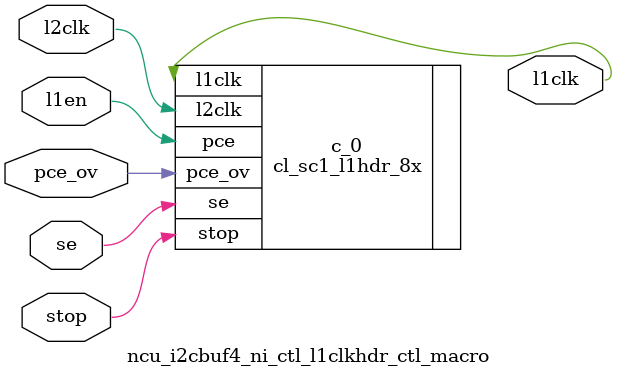
<source format=v>
module ncu_i2cbuf4_ni_ctl (
  iol2clk, 
  scan_in, 
  scan_out, 
  tcu_pce_ov, 
  tcu_clk_stop, 
  tcu_scan_en, 
  tcu_aclk, 
  tcu_bclk, 
  ucb_iob_vld, 
  ucb_iob_data, 
  iob_ucb_stall, 
  req_ack_obj, 
  req_ack_vld, 
  rd_req_ack_dbl_buf) ;
wire stall_d1_n;
wire stall_d1;
wire vld_d1_ff_scanin;
wire vld_d1_ff_scanout;
wire vld_d1;
wire l1clk;
wire rdy1;
wire data_d1_ff_scanin;
wire data_d1_ff_scanout;
wire [3:0] data_d1;
wire stall_ff_scanin;
wire stall_ff_scanout;
wire iob_ucb_stall_a1;
wire stall_d1_ff_scanin;
wire stall_d1_ff_scanout;
wire rdy0_ff_scanin;
wire rdy0_ff_scanout;
wire rdy0;
wire rdy1_ff_scanin;
wire rdy1_ff_scanout;
wire skid_buf0_en;
wire vld_buf0_ff_scanin;
wire vld_buf0_ff_scanout;
wire vld_buf0;
wire data_buf0_ff_scanin;
wire data_buf0_ff_scanout;
wire [3:0] data_buf0;
wire skid_buf1_en_ff_scanin;
wire skid_buf1_en_ff_scanout;
wire skid_buf1_en;
wire vld_buf1_ff_scanin;
wire vld_buf1_ff_scanout;
wire vld_buf1;
wire data_buf1_ff_scanin;
wire data_buf1_ff_scanout;
wire [3:0] data_buf1;
wire skid_buf0_sel;
wire skid_buf1_sel_ff_scanin;
wire skid_buf1_sel_ff_scanout;
wire skid_buf1_sel;
wire vld_mux;
wire [3:0] data_mux;
wire [31:0] indata_vec_next;
wire [31:0] indata_vec;
wire iob_ucb_stall_a1_;
wire indata_vec_ff_scanin;
wire indata_vec_ff_scanout;
wire [127:0] indata_buf_next;
wire [127:0] indata_buf;
wire indata_buf_ff_scanin;
wire indata_buf_ff_scanout;
wire indata_vec0_d1_ff_scanin;
wire indata_vec0_d1_ff_scanout;
wire indata_vec0_d1;
wire indata_buf_vld;
wire req_ack_pending;
wire req_ack_dbl_buf_full;
wire wr_req_ack_dbl_buf;
wire wr_buf0;
wire buf1_vld;
wire buf0_vld;
wire buf1_older;
wire wr_buf1;
wire rd_buf0;
wire rd_buf1;
wire rd_buf;
wire buf1_older_n;
wire buf1_older_ff_scanin;
wire buf1_older_ff_scanout;
wire en_vld0;
wire en_vld1;
wire buf0_vld_ff_scanin;
wire buf0_vld_ff_scanout;
wire buf1_vld_ff_scanin;
wire buf1_vld_ff_scanout;
wire buf0_obj_ff_scanin;
wire buf0_obj_ff_scanout;
wire [127:0] buf0_obj;
wire buf1_obj_ff_scanin;
wire buf1_obj_ff_scanout;
wire [127:0] buf1_obj;
wire siclk;
wire soclk;
wire se;
wire pce_ov;
wire stop;




////////////////////////////////////////////////////////////////////////
// Signal declarations
////////////////////////////////////////////////////////////////////////
   // Global interface
input		iol2clk;
input		scan_in;
output		scan_out;
input		tcu_pce_ov;
input		tcu_clk_stop;
input		tcu_scan_en;
input		tcu_aclk;
input		tcu_bclk;



   // UCB interface
input		ucb_iob_vld;
input [3:0]	ucb_iob_data;
output		iob_ucb_stall;


   // i2c slow control/datapath interface
output [127:0]	req_ack_obj;
output		req_ack_vld;
input		rd_req_ack_dbl_buf;


   // Internal signals


/************************************************************
 * Assemble inbound packet
 ************************************************************/
// ucb_bus_in #(UCB_BUS_WIDTH) ucb_bus_in 
//				(
//				.clk(iol2clk),
//				.vld(ucb_iob_vld),
//				.data(ucb_iob_data[UCB_BUS_WIDTH-1:0]),
//				.stall(iob_ucb_stall),
//				.indata_buf_vld(indata_buf_vld),
//				.indata_buf(indata_buf[127:0]),
//				.stall_a1(iob_ucb_stall_a1)
//				);
//=============================================================
//=============================================================
//=============================================================
/************************************************************
 * UCB bus interface flops
 * This is to make signals going between IOB and UCB flop-to-flop
 * to improve timing.
 ************************************************************/
assign	stall_d1_n = ~stall_d1;
ncu_i2cbuf4_ni_ctl_msff_ctl_macro__en_1__width_1 vld_d1_ff  
				(
				.scan_in(vld_d1_ff_scanin),
				.scan_out(vld_d1_ff_scanout),
				.dout		(vld_d1),
				.l1clk		(l1clk),
				.en		(stall_d1_n&rdy1),
				.din		(ucb_iob_vld),
  .siclk(siclk),
  .soclk(soclk)
				);

ncu_i2cbuf4_ni_ctl_msff_ctl_macro__en_1__width_4 data_d1_ff  
				(
				.scan_in(data_d1_ff_scanin),
				.scan_out(data_d1_ff_scanout),
				.dout		(data_d1[3:0]),
				.l1clk		(l1clk),
				.en		(stall_d1_n),
				.din		(ucb_iob_data[3:0]),
  .siclk(siclk),
  .soclk(soclk)
				);

ncu_i2cbuf4_ni_ctl_msff_ctl_macro__width_1 stall_ff 
				(
				.scan_in(stall_ff_scanin),
				.scan_out(stall_ff_scanout),
				.dout		(iob_ucb_stall),
				.l1clk		(l1clk),
				.din		(iob_ucb_stall_a1),
  .siclk(siclk),
  .soclk(soclk)
				);

ncu_i2cbuf4_ni_ctl_msff_ctl_macro__width_1 stall_d1_ff 
				(
				.scan_in(stall_d1_ff_scanin),
				.scan_out(stall_d1_ff_scanout),
				.dout		(stall_d1),
				.l1clk		(l1clk),
				.din		(iob_ucb_stall),
  .siclk(siclk),
  .soclk(soclk)
				);

ncu_i2cbuf4_ni_ctl_msff_ctl_macro__width_1 rdy0_ff 
				(
				.scan_in(rdy0_ff_scanin),
				.scan_out(rdy0_ff_scanout),
				.dout		(rdy0),
				.l1clk		(l1clk),
				.din		(1'b1),
  .siclk(siclk),
  .soclk(soclk)
				);

ncu_i2cbuf4_ni_ctl_msff_ctl_macro__width_1 rdy1_ff 
				(
				.scan_in(rdy1_ff_scanin),
				.scan_out(rdy1_ff_scanout),
				.dout		(rdy1),
				.l1clk		(l1clk),
				.din		(rdy0),
  .siclk(siclk),
  .soclk(soclk)
				);



/************************************************************
 * Skid buffer
 * We need a two deep skid buffer to handle stalling.
 ************************************************************/
// Assertion: stall has to be deasserted for more than 1 cycle
//            ie time between two separate stalls has to be
//            at least two cycles.  Otherwise, contents from
//            skid buffer will be lost.

// Buffer 0
assign  skid_buf0_en = iob_ucb_stall_a1 & ~iob_ucb_stall;

ncu_i2cbuf4_ni_ctl_msff_ctl_macro__en_1__width_1 vld_buf0_ff  
				(
				.scan_in(vld_buf0_ff_scanin),
				.scan_out(vld_buf0_ff_scanout),
				.dout		(vld_buf0),
				.l1clk		(l1clk),
				.en		(skid_buf0_en),
				.din		(vld_d1),
  .siclk(siclk),
  .soclk(soclk)
				);

ncu_i2cbuf4_ni_ctl_msff_ctl_macro__en_1__width_4 data_buf0_ff  
				(
				.scan_in(data_buf0_ff_scanin),
				.scan_out(data_buf0_ff_scanout),
				.dout		(data_buf0[3:0]),
				.l1clk		(l1clk),
				.en		(skid_buf0_en),
				.din		(data_d1[3:0]),
  .siclk(siclk),
  .soclk(soclk)
				);

// Buffer 1
ncu_i2cbuf4_ni_ctl_msff_ctl_macro__width_1 skid_buf1_en_ff 
				(
				.scan_in(skid_buf1_en_ff_scanin),
				.scan_out(skid_buf1_en_ff_scanout),
				.dout		(skid_buf1_en),
				.l1clk		(l1clk),
				.din		(skid_buf0_en),
  .siclk(siclk),
  .soclk(soclk)
				);

ncu_i2cbuf4_ni_ctl_msff_ctl_macro__en_1__width_1 vld_buf1_ff  
				(
				.scan_in(vld_buf1_ff_scanin),
				.scan_out(vld_buf1_ff_scanout),
				.dout		(vld_buf1),
				.l1clk		(l1clk),
				.en		(skid_buf1_en),
				.din		(vld_d1),
  .siclk(siclk),
  .soclk(soclk)
				);

ncu_i2cbuf4_ni_ctl_msff_ctl_macro__en_1__width_4 data_buf1_ff  
				(
				.scan_in(data_buf1_ff_scanin),
				.scan_out(data_buf1_ff_scanout),
				.dout		(data_buf1[3:0]),
				.l1clk		(l1clk),
				.en		(skid_buf1_en),
				.din		(data_d1[3:0]),
  .siclk(siclk),
  .soclk(soclk)
				);

/************************************************************
 * Mux between skid buffer and interface flop
 ************************************************************/
// Assertion: stall has to be deasserted for more than 1 cycle
//            ie time between two separate stalls has to be
//            at least two cycles.  Otherwise, contents from
//            skid buffer will be lost.

assign  skid_buf0_sel = ~iob_ucb_stall_a1 & iob_ucb_stall;

ncu_i2cbuf4_ni_ctl_msff_ctl_macro__width_1 skid_buf1_sel_ff 
				(
				.scan_in(skid_buf1_sel_ff_scanin),
				.scan_out(skid_buf1_sel_ff_scanout),
				.dout		(skid_buf1_sel),
				.l1clk		(l1clk),
				.din		(skid_buf0_sel),
  .siclk(siclk),
  .soclk(soclk)
				);

assign  vld_mux = skid_buf0_sel ? vld_buf0 : 
	   	  skid_buf1_sel ? vld_buf1 : vld_d1;

assign  data_mux[3:0] =  skid_buf0_sel ? data_buf0[3:0] : 
	   		 skid_buf1_sel ? data_buf1[3:0] : data_d1[3:0];

/************************************************************
 * Assemble inbound data
 ************************************************************/
// valid vector
assign  indata_vec_next[31:0] = {vld_mux, indata_vec[31:1]};
assign	iob_ucb_stall_a1_= ~iob_ucb_stall_a1;
ncu_i2cbuf4_ni_ctl_msff_ctl_macro__en_1__width_32 indata_vec_ff  
				(
				.scan_in(indata_vec_ff_scanin),
				.scan_out(indata_vec_ff_scanout),
				.dout		(indata_vec[31:0]),
				.l1clk		(l1clk),
				.en		(iob_ucb_stall_a1_),
				.din		(indata_vec_next[31:0]),
  .siclk(siclk),
  .soclk(soclk)
				);

// data buffer
assign  indata_buf_next[127:0] = {data_mux[3:0], indata_buf[127:4]};
ncu_i2cbuf4_ni_ctl_msff_ctl_macro__en_1__width_128 indata_buf_ff  
				(
				.scan_in(indata_buf_ff_scanin),
				.scan_out(indata_buf_ff_scanout),
				.dout		(indata_buf[127:0]),
				.l1clk		(l1clk),
				.en		(iob_ucb_stall_a1_),
				.din		(indata_buf_next[127:0]),
  .siclk(siclk),
  .soclk(soclk)
				);

// detect a new packet	  
ncu_i2cbuf4_ni_ctl_msff_ctl_macro__en_1__width_1 indata_vec0_d1_ff  
				(
				.scan_in(indata_vec0_d1_ff_scanin),
				.scan_out(indata_vec0_d1_ff_scanout),
				.dout		(indata_vec0_d1),
				.l1clk		(l1clk),
				.en		(iob_ucb_stall_a1_),
				.din		(indata_vec[0]),
  .siclk(siclk),
  .soclk(soclk)
				);

assign  indata_buf_vld = indata_vec[0] & ~indata_vec0_d1;
//=============================================================
//=============================================================
//=============================================================




/************************************************************
 * Decode inbound packet type
 ************************************************************/
// non-interrupt packet
assign	req_ack_pending = indata_buf_vld;

assign	iob_ucb_stall_a1 = (req_ack_pending & req_ack_dbl_buf_full); 

/************************************************************
 * Double buffer to store non-interrupt packets
 ************************************************************/
assign	wr_req_ack_dbl_buf = req_ack_pending & ~req_ack_dbl_buf_full;

// dbl_buf #(128) req_ack_dbl_buf (
//			 .clk(iol2clk),
//			 .wr(wr_req_ack_dbl_buf),
//			 .din(indata_buf[127:0]),
//			 .rd(rd_req_ack_dbl_buf),
//			 .dout(req_ack_obj[127:0]),
//			 .vld(req_ack_vld),
//			 .full(req_ack_dbl_buf_full));
//=============================================================
//=============================================================
//=============================================================

// if both entries are empty, write to entry pointed to by the older pointer
assign	wr_buf0 = wr_req_ack_dbl_buf & (buf1_vld | (~buf0_vld & ~buf1_older));
assign	wr_buf1 = wr_req_ack_dbl_buf & (buf0_vld | (~buf1_vld & buf1_older));

// read from the older entry
assign	rd_buf0 = rd_req_ack_dbl_buf & ~buf1_older;
assign	rd_buf1 = rd_req_ack_dbl_buf &  buf1_older;

// flip older pointer when an entry is read
assign	rd_buf = rd_req_ack_dbl_buf & (buf0_vld | buf1_vld);
assign	buf1_older_n = ~buf1_older ;
ncu_i2cbuf4_ni_ctl_msff_ctl_macro__en_1__width_1 buf1_older_ff  
				(
				.scan_in(buf1_older_ff_scanin),
				.scan_out(buf1_older_ff_scanout),
				.dout		(buf1_older),
				.l1clk		(l1clk),
				.en		(rd_buf),
				.din		(buf1_older_n),
  .siclk(siclk),
  .soclk(soclk)
				);

// set valid bit for writes and reset for reads
assign	en_vld0 = wr_buf0 | rd_buf0;
assign	en_vld1 = wr_buf1 | rd_buf1;

// the actual buffers
ncu_i2cbuf4_ni_ctl_msff_ctl_macro__en_1__width_1 buf0_vld_ff  
				(
				.scan_in(buf0_vld_ff_scanin),
				.scan_out(buf0_vld_ff_scanout),
				.dout		(buf0_vld),
				.l1clk		(l1clk),
				.en		(en_vld0),
				.din		(wr_buf0),
  .siclk(siclk),
  .soclk(soclk)
				);

ncu_i2cbuf4_ni_ctl_msff_ctl_macro__en_1__width_1 buf1_vld_ff  
				(
				.scan_in(buf1_vld_ff_scanin),
				.scan_out(buf1_vld_ff_scanout),
				.dout		(buf1_vld),
				.l1clk		(l1clk),
				.en		(en_vld1),
				.din		(wr_buf1),
  .siclk(siclk),
  .soclk(soclk)
				);

ncu_i2cbuf4_ni_ctl_msff_ctl_macro__en_1__width_128 buf0_obj_ff  
				(
				.scan_in(buf0_obj_ff_scanin),
				.scan_out(buf0_obj_ff_scanout),
				.dout		(buf0_obj[127:0]),
				.l1clk		(l1clk),
				.en		(wr_buf0),
				.din		(indata_buf[127:0]),
  .siclk(siclk),
  .soclk(soclk)
				);

ncu_i2cbuf4_ni_ctl_msff_ctl_macro__en_1__width_128 buf1_obj_ff  
				(
				.scan_in(buf1_obj_ff_scanin),
				.scan_out(buf1_obj_ff_scanout),
				.dout		(buf1_obj[127:0]),
				.l1clk		(l1clk),
				.en		(wr_buf1),
				.din		(indata_buf[127:0]),
  .siclk(siclk),
  .soclk(soclk)
				);

// mux out the older entry
assign	req_ack_obj[127:0] = (buf1_older) ? buf1_obj[127:0] : buf0_obj[127:0] ;

assign	req_ack_vld = buf0_vld | buf1_vld;
assign	req_ack_dbl_buf_full = buf0_vld & buf1_vld;
//=============================================================
//=============================================================
//=============================================================

	  


/**** adding clock header ****/
ncu_i2cbuf4_ni_ctl_l1clkhdr_ctl_macro clkgen (
				.l2clk	(iol2clk),
				.l1en	(1'b1),
				.l1clk	(l1clk),
  .pce_ov(pce_ov),
  .stop(stop),
  .se(se)
				);

/*** building tcu port ***/
assign	siclk = tcu_aclk;
assign	soclk = tcu_bclk;
assign	   se = tcu_scan_en;
assign	pce_ov = tcu_pce_ov;
assign	stop = tcu_clk_stop;

// fixscan start:
assign vld_d1_ff_scanin          = scan_in                  ;
assign data_d1_ff_scanin         = vld_d1_ff_scanout        ;
assign stall_ff_scanin           = data_d1_ff_scanout       ;
assign stall_d1_ff_scanin        = stall_ff_scanout         ;
assign rdy0_ff_scanin            = stall_d1_ff_scanout      ;
assign rdy1_ff_scanin            = rdy0_ff_scanout          ;
assign vld_buf0_ff_scanin        = rdy1_ff_scanout          ;
assign data_buf0_ff_scanin       = vld_buf0_ff_scanout      ;
assign skid_buf1_en_ff_scanin    = data_buf0_ff_scanout     ;
assign vld_buf1_ff_scanin        = skid_buf1_en_ff_scanout  ;
assign data_buf1_ff_scanin       = vld_buf1_ff_scanout      ;
assign skid_buf1_sel_ff_scanin   = data_buf1_ff_scanout     ;
assign indata_vec_ff_scanin      = skid_buf1_sel_ff_scanout ;
assign indata_buf_ff_scanin      = indata_vec_ff_scanout    ;
assign indata_vec0_d1_ff_scanin  = indata_buf_ff_scanout    ;
assign buf1_older_ff_scanin      = indata_vec0_d1_ff_scanout;
assign buf0_vld_ff_scanin        = buf1_older_ff_scanout    ;
assign buf1_vld_ff_scanin        = buf0_vld_ff_scanout      ;
assign buf0_obj_ff_scanin        = buf1_vld_ff_scanout      ;
assign buf1_obj_ff_scanin        = buf0_obj_ff_scanout      ;
assign scan_out                  = buf1_obj_ff_scanout      ;
// fixscan end:
endmodule // i2c_buf








// any PARAMS parms go into naming of macro

module ncu_i2cbuf4_ni_ctl_msff_ctl_macro__en_1__width_1 (
  din, 
  en, 
  l1clk, 
  scan_in, 
  siclk, 
  soclk, 
  dout, 
  scan_out);
wire [0:0] fdin;

  input [0:0] din;
  input en;
  input l1clk;
  input scan_in;


  input siclk;
  input soclk;

  output [0:0] dout;
  output scan_out;
assign fdin[0:0] = (din[0:0] & {1{en}}) | (dout[0:0] & ~{1{en}});






dff #(1)  d0_0 (
.l1clk(l1clk),
.siclk(siclk),
.soclk(soclk),
.d(fdin[0:0]),
.si(scan_in),
.so(scan_out),
.q(dout[0:0])
);












endmodule













// any PARAMS parms go into naming of macro

module ncu_i2cbuf4_ni_ctl_msff_ctl_macro__en_1__width_4 (
  din, 
  en, 
  l1clk, 
  scan_in, 
  siclk, 
  soclk, 
  dout, 
  scan_out);
wire [3:0] fdin;
wire [2:0] so;

  input [3:0] din;
  input en;
  input l1clk;
  input scan_in;


  input siclk;
  input soclk;

  output [3:0] dout;
  output scan_out;
assign fdin[3:0] = (din[3:0] & {4{en}}) | (dout[3:0] & ~{4{en}});






dff #(4)  d0_0 (
.l1clk(l1clk),
.siclk(siclk),
.soclk(soclk),
.d(fdin[3:0]),
.si({scan_in,so[2:0]}),
.so({so[2:0],scan_out}),
.q(dout[3:0])
);












endmodule













// any PARAMS parms go into naming of macro

module ncu_i2cbuf4_ni_ctl_msff_ctl_macro__width_1 (
  din, 
  l1clk, 
  scan_in, 
  siclk, 
  soclk, 
  dout, 
  scan_out);
wire [0:0] fdin;

  input [0:0] din;
  input l1clk;
  input scan_in;


  input siclk;
  input soclk;

  output [0:0] dout;
  output scan_out;
assign fdin[0:0] = din[0:0];






dff #(1)  d0_0 (
.l1clk(l1clk),
.siclk(siclk),
.soclk(soclk),
.d(fdin[0:0]),
.si(scan_in),
.so(scan_out),
.q(dout[0:0])
);












endmodule













// any PARAMS parms go into naming of macro

module ncu_i2cbuf4_ni_ctl_msff_ctl_macro__en_1__width_32 (
  din, 
  en, 
  l1clk, 
  scan_in, 
  siclk, 
  soclk, 
  dout, 
  scan_out);
wire [31:0] fdin;
wire [30:0] so;

  input [31:0] din;
  input en;
  input l1clk;
  input scan_in;


  input siclk;
  input soclk;

  output [31:0] dout;
  output scan_out;
assign fdin[31:0] = (din[31:0] & {32{en}}) | (dout[31:0] & ~{32{en}});






dff #(32)  d0_0 (
.l1clk(l1clk),
.siclk(siclk),
.soclk(soclk),
.d(fdin[31:0]),
.si({scan_in,so[30:0]}),
.so({so[30:0],scan_out}),
.q(dout[31:0])
);












endmodule













// any PARAMS parms go into naming of macro

module ncu_i2cbuf4_ni_ctl_msff_ctl_macro__en_1__width_128 (
  din, 
  en, 
  l1clk, 
  scan_in, 
  siclk, 
  soclk, 
  dout, 
  scan_out);
wire [127:0] fdin;
wire [126:0] so;

  input [127:0] din;
  input en;
  input l1clk;
  input scan_in;


  input siclk;
  input soclk;

  output [127:0] dout;
  output scan_out;
assign fdin[127:0] = (din[127:0] & {128{en}}) | (dout[127:0] & ~{128{en}});






dff #(128)  d0_0 (
.l1clk(l1clk),
.siclk(siclk),
.soclk(soclk),
.d(fdin[127:0]),
.si({scan_in,so[126:0]}),
.so({so[126:0],scan_out}),
.q(dout[127:0])
);












endmodule













// any PARAMS parms go into naming of macro

module ncu_i2cbuf4_ni_ctl_l1clkhdr_ctl_macro (
  l2clk, 
  l1en, 
  pce_ov, 
  stop, 
  se, 
  l1clk);


  input l2clk;
  input l1en;
  input pce_ov;
  input stop;
  input se;
  output l1clk;



 

cl_sc1_l1hdr_8x c_0 (


   .l2clk(l2clk),
   .pce(l1en),
   .l1clk(l1clk),
  .se(se),
  .pce_ov(pce_ov),
  .stop(stop)
);



endmodule









</source>
